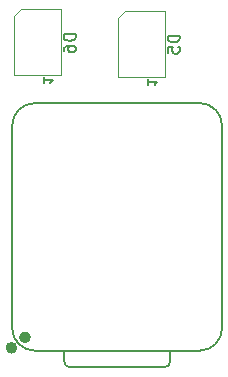
<source format=gbr>
%TF.GenerationSoftware,KiCad,Pcbnew,9.0.2*%
%TF.CreationDate,2025-06-27T23:38:42-07:00*%
%TF.ProjectId,bigMacro,6269674d-6163-4726-9f2e-6b696361645f,rev?*%
%TF.SameCoordinates,Original*%
%TF.FileFunction,Legend,Bot*%
%TF.FilePolarity,Positive*%
%FSLAX46Y46*%
G04 Gerber Fmt 4.6, Leading zero omitted, Abs format (unit mm)*
G04 Created by KiCad (PCBNEW 9.0.2) date 2025-06-27 23:38:42*
%MOMM*%
%LPD*%
G01*
G04 APERTURE LIST*
%ADD10C,0.150000*%
%ADD11C,0.120000*%
%ADD12C,0.127000*%
%ADD13C,0.100000*%
%ADD14C,0.504000*%
G04 APERTURE END LIST*
D10*
X126736069Y-81180655D02*
X125736069Y-81180655D01*
X125736069Y-81180655D02*
X125736069Y-81418750D01*
X125736069Y-81418750D02*
X125783688Y-81561607D01*
X125783688Y-81561607D02*
X125878926Y-81656845D01*
X125878926Y-81656845D02*
X125974164Y-81704464D01*
X125974164Y-81704464D02*
X126164640Y-81752083D01*
X126164640Y-81752083D02*
X126307497Y-81752083D01*
X126307497Y-81752083D02*
X126497973Y-81704464D01*
X126497973Y-81704464D02*
X126593211Y-81656845D01*
X126593211Y-81656845D02*
X126688450Y-81561607D01*
X126688450Y-81561607D02*
X126736069Y-81418750D01*
X126736069Y-81418750D02*
X126736069Y-81180655D01*
X125736069Y-82656845D02*
X125736069Y-82180655D01*
X125736069Y-82180655D02*
X126212259Y-82133036D01*
X126212259Y-82133036D02*
X126164640Y-82180655D01*
X126164640Y-82180655D02*
X126117021Y-82275893D01*
X126117021Y-82275893D02*
X126117021Y-82513988D01*
X126117021Y-82513988D02*
X126164640Y-82609226D01*
X126164640Y-82609226D02*
X126212259Y-82656845D01*
X126212259Y-82656845D02*
X126307497Y-82704464D01*
X126307497Y-82704464D02*
X126545592Y-82704464D01*
X126545592Y-82704464D02*
X126640830Y-82656845D01*
X126640830Y-82656845D02*
X126688450Y-82609226D01*
X126688450Y-82609226D02*
X126736069Y-82513988D01*
X126736069Y-82513988D02*
X126736069Y-82275893D01*
X126736069Y-82275893D02*
X126688450Y-82180655D01*
X126688450Y-82180655D02*
X126640830Y-82133036D01*
X124043954Y-84890178D02*
X124043954Y-85347321D01*
X124043954Y-85118749D02*
X124843954Y-85118749D01*
X124843954Y-85118749D02*
X124729669Y-85194940D01*
X124729669Y-85194940D02*
X124653478Y-85271130D01*
X124653478Y-85271130D02*
X124615383Y-85347321D01*
X117925872Y-81072945D02*
X116925872Y-81072945D01*
X116925872Y-81072945D02*
X116925872Y-81311040D01*
X116925872Y-81311040D02*
X116973491Y-81453897D01*
X116973491Y-81453897D02*
X117068729Y-81549135D01*
X117068729Y-81549135D02*
X117163967Y-81596754D01*
X117163967Y-81596754D02*
X117354443Y-81644373D01*
X117354443Y-81644373D02*
X117497300Y-81644373D01*
X117497300Y-81644373D02*
X117687776Y-81596754D01*
X117687776Y-81596754D02*
X117783014Y-81549135D01*
X117783014Y-81549135D02*
X117878253Y-81453897D01*
X117878253Y-81453897D02*
X117925872Y-81311040D01*
X117925872Y-81311040D02*
X117925872Y-81072945D01*
X116925872Y-82501516D02*
X116925872Y-82311040D01*
X116925872Y-82311040D02*
X116973491Y-82215802D01*
X116973491Y-82215802D02*
X117021110Y-82168183D01*
X117021110Y-82168183D02*
X117163967Y-82072945D01*
X117163967Y-82072945D02*
X117354443Y-82025326D01*
X117354443Y-82025326D02*
X117735395Y-82025326D01*
X117735395Y-82025326D02*
X117830633Y-82072945D01*
X117830633Y-82072945D02*
X117878253Y-82120564D01*
X117878253Y-82120564D02*
X117925872Y-82215802D01*
X117925872Y-82215802D02*
X117925872Y-82406278D01*
X117925872Y-82406278D02*
X117878253Y-82501516D01*
X117878253Y-82501516D02*
X117830633Y-82549135D01*
X117830633Y-82549135D02*
X117735395Y-82596754D01*
X117735395Y-82596754D02*
X117497300Y-82596754D01*
X117497300Y-82596754D02*
X117402062Y-82549135D01*
X117402062Y-82549135D02*
X117354443Y-82501516D01*
X117354443Y-82501516D02*
X117306824Y-82406278D01*
X117306824Y-82406278D02*
X117306824Y-82215802D01*
X117306824Y-82215802D02*
X117354443Y-82120564D01*
X117354443Y-82120564D02*
X117402062Y-82072945D01*
X117402062Y-82072945D02*
X117497300Y-82025326D01*
X115231454Y-84727678D02*
X115231454Y-85184821D01*
X115231454Y-84956249D02*
X116031454Y-84956249D01*
X116031454Y-84956249D02*
X115917169Y-85032440D01*
X115917169Y-85032440D02*
X115840978Y-85108630D01*
X115840978Y-85108630D02*
X115802883Y-85184821D01*
D11*
%TO.C,D5*%
X121531250Y-84718750D02*
X121531250Y-79718750D01*
X122131250Y-79118750D02*
X121531250Y-79718750D01*
X122131250Y-79118750D02*
X125531250Y-79118750D01*
X125531250Y-84718750D02*
X121531250Y-84718750D01*
X125531250Y-84718750D02*
X125531250Y-79118750D01*
%TO.C,D6*%
X112718750Y-84556250D02*
X112718750Y-79556250D01*
X113318750Y-78956250D02*
X112718750Y-79556250D01*
X113318750Y-78956250D02*
X116718750Y-78956250D01*
X116718750Y-84556250D02*
X112718750Y-84556250D01*
X116718750Y-84556250D02*
X116718750Y-78956250D01*
D12*
%TO.C,U2*%
X112553750Y-88804750D02*
X112553750Y-105949750D01*
X114458750Y-86899750D02*
X128428750Y-86899750D01*
X116948750Y-107854750D02*
X116952478Y-108765022D01*
X117452478Y-109264750D02*
X125447750Y-109264750D01*
X125947750Y-108764750D02*
X125947750Y-107854750D01*
D13*
X128428750Y-107854750D02*
X114458750Y-107854750D01*
D12*
X128428750Y-107854750D02*
X114458750Y-107854750D01*
X130333750Y-88804750D02*
X130333750Y-105949750D01*
X112553750Y-88804750D02*
G75*
G02*
X114458750Y-86899750I1905001J-1D01*
G01*
X114458750Y-107854750D02*
G75*
G02*
X112553750Y-105949750I1J1905001D01*
G01*
X117452478Y-109264750D02*
G75*
G02*
X116952477Y-108765022I18J500019D01*
G01*
X125947750Y-108764750D02*
G75*
G02*
X125447750Y-109264750I-500000J0D01*
G01*
X128428750Y-86899750D02*
G75*
G02*
X130333750Y-88804750I0J-1905000D01*
G01*
X130333750Y-105949750D02*
G75*
G02*
X128428750Y-107854750I-1905000J0D01*
G01*
D14*
X112745750Y-107613750D02*
G75*
G02*
X112241750Y-107613750I-252000J0D01*
G01*
X112241750Y-107613750D02*
G75*
G02*
X112745750Y-107613750I252000J0D01*
G01*
X113888750Y-106733750D02*
G75*
G02*
X113384750Y-106733750I-252000J0D01*
G01*
X113384750Y-106733750D02*
G75*
G02*
X113888750Y-106733750I252000J0D01*
G01*
%TD*%
M02*

</source>
